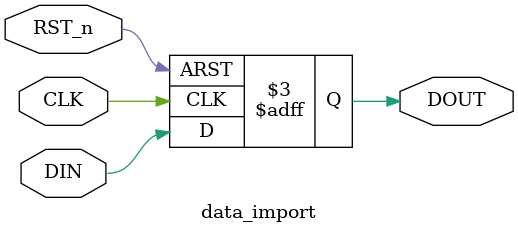
<source format=sv>
module data_import (
input logic RST_n,
input logic CLK,
input logic DIN,
output logic DOUT
);

   // Dummy logic
always_ff @(posedge CLK, negedge RST_n) begin
if (!RST_n) begin
DOUT <= '0;
end else begin
DOUT <= DIN;
end
end

endmodule
</source>
